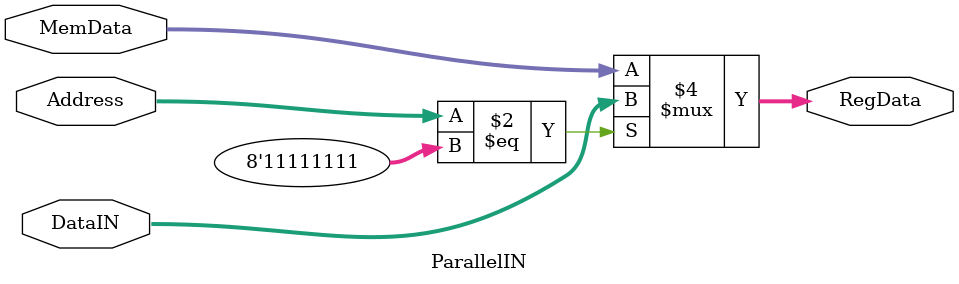
<source format=v>

module ParallelIN (input  [7:0] Address, MemData, DataIN,
						 output reg[7:0] RegData);

	always@(*) begin
		if(Address == 8'hFF)			
			RegData = DataIN;
		else 
		 RegData = MemData;
		
			
			
		
end	
endmodule

</source>
